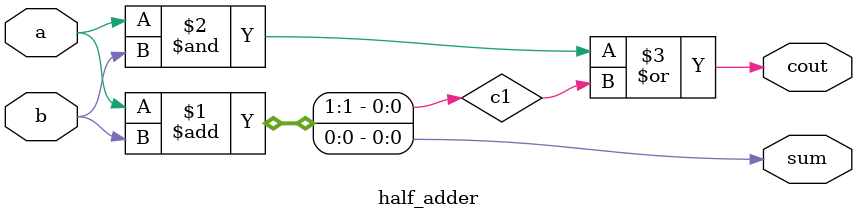
<source format=v>
module half_adder( 
input a, b,
output cout, sum );

assign { c1, sum } = a + b;
assign cout = (a&b) | c1;

endmodule

</source>
